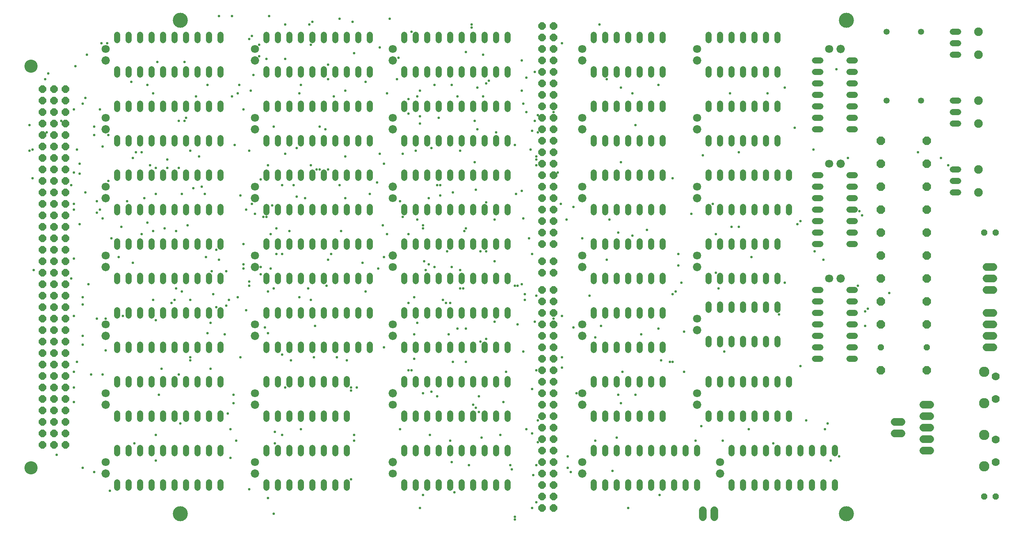
<source format=gbr>
G04 EAGLE Gerber RS-274X export*
G75*
%MOMM*%
%FSLAX34Y34*%
%LPD*%
%INSoldermask Bottom*%
%IPPOS*%
%AMOC8*
5,1,8,0,0,1.08239X$1,22.5*%
G01*
%ADD10C,3.327000*%
%ADD11C,1.346200*%
%ADD12C,1.346200*%
%ADD13P,1.951982X8X22.500000*%
%ADD14P,1.951982X8X202.500000*%
%ADD15C,1.905000*%
%ADD16C,1.796050*%
%ADD17C,1.831619*%
%ADD18C,1.651000*%
%ADD19C,2.286000*%
%ADD20C,1.778000*%
%ADD21P,1.457113X8X202.500000*%
%ADD22P,1.457113X8X22.500000*%
%ADD23P,1.787026X8X292.500000*%
%ADD24P,1.787026X8X202.500000*%
%ADD25C,2.921000*%
%ADD26C,0.584200*%


D10*
X152400Y1117600D03*
X152400Y25400D03*
X1625600Y25400D03*
X1625600Y1117600D03*
D11*
X647700Y856996D02*
X647700Y844804D01*
X673100Y844804D02*
X673100Y856996D01*
X800100Y856996D02*
X800100Y844804D01*
X825500Y844804D02*
X825500Y856996D01*
X698500Y856996D02*
X698500Y844804D01*
X723900Y844804D02*
X723900Y856996D01*
X774700Y856996D02*
X774700Y844804D01*
X749300Y844804D02*
X749300Y856996D01*
X850900Y856996D02*
X850900Y844804D01*
X876300Y844804D02*
X876300Y856996D01*
X876300Y921004D02*
X876300Y933196D01*
X850900Y933196D02*
X850900Y921004D01*
X825500Y921004D02*
X825500Y933196D01*
X800100Y933196D02*
X800100Y921004D01*
X774700Y921004D02*
X774700Y933196D01*
X749300Y933196D02*
X749300Y921004D01*
X723900Y921004D02*
X723900Y933196D01*
X698500Y933196D02*
X698500Y921004D01*
X673100Y921004D02*
X673100Y933196D01*
X647700Y933196D02*
X647700Y921004D01*
X342900Y704596D02*
X342900Y692404D01*
X368300Y692404D02*
X368300Y704596D01*
X495300Y704596D02*
X495300Y692404D01*
X520700Y692404D02*
X520700Y704596D01*
X393700Y704596D02*
X393700Y692404D01*
X419100Y692404D02*
X419100Y704596D01*
X469900Y704596D02*
X469900Y692404D01*
X444500Y692404D02*
X444500Y704596D01*
X546100Y704596D02*
X546100Y692404D01*
X571500Y692404D02*
X571500Y704596D01*
X571500Y768604D02*
X571500Y780796D01*
X546100Y780796D02*
X546100Y768604D01*
X520700Y768604D02*
X520700Y780796D01*
X495300Y780796D02*
X495300Y768604D01*
X469900Y768604D02*
X469900Y780796D01*
X444500Y780796D02*
X444500Y768604D01*
X419100Y768604D02*
X419100Y780796D01*
X393700Y780796D02*
X393700Y768604D01*
X368300Y768604D02*
X368300Y780796D01*
X342900Y780796D02*
X342900Y768604D01*
X342900Y997204D02*
X342900Y1009396D01*
X368300Y1009396D02*
X368300Y997204D01*
X495300Y997204D02*
X495300Y1009396D01*
X520700Y1009396D02*
X520700Y997204D01*
X393700Y997204D02*
X393700Y1009396D01*
X419100Y1009396D02*
X419100Y997204D01*
X469900Y997204D02*
X469900Y1009396D01*
X444500Y1009396D02*
X444500Y997204D01*
X546100Y997204D02*
X546100Y1009396D01*
X571500Y1009396D02*
X571500Y997204D01*
X571500Y1073404D02*
X571500Y1085596D01*
X546100Y1085596D02*
X546100Y1073404D01*
X520700Y1073404D02*
X520700Y1085596D01*
X495300Y1085596D02*
X495300Y1073404D01*
X469900Y1073404D02*
X469900Y1085596D01*
X444500Y1085596D02*
X444500Y1073404D01*
X419100Y1073404D02*
X419100Y1085596D01*
X393700Y1085596D02*
X393700Y1073404D01*
X368300Y1073404D02*
X368300Y1085596D01*
X342900Y1085596D02*
X342900Y1073404D01*
X647700Y704596D02*
X647700Y692404D01*
X673100Y692404D02*
X673100Y704596D01*
X800100Y704596D02*
X800100Y692404D01*
X825500Y692404D02*
X825500Y704596D01*
X698500Y704596D02*
X698500Y692404D01*
X723900Y692404D02*
X723900Y704596D01*
X774700Y704596D02*
X774700Y692404D01*
X749300Y692404D02*
X749300Y704596D01*
X850900Y704596D02*
X850900Y692404D01*
X876300Y692404D02*
X876300Y704596D01*
X876300Y768604D02*
X876300Y780796D01*
X850900Y780796D02*
X850900Y768604D01*
X825500Y768604D02*
X825500Y780796D01*
X800100Y780796D02*
X800100Y768604D01*
X774700Y768604D02*
X774700Y780796D01*
X749300Y780796D02*
X749300Y768604D01*
X723900Y768604D02*
X723900Y780796D01*
X698500Y780796D02*
X698500Y768604D01*
X673100Y768604D02*
X673100Y780796D01*
X647700Y780796D02*
X647700Y768604D01*
X12700Y997204D02*
X12700Y1009396D01*
X38100Y1009396D02*
X38100Y997204D01*
X165100Y997204D02*
X165100Y1009396D01*
X190500Y1009396D02*
X190500Y997204D01*
X63500Y997204D02*
X63500Y1009396D01*
X88900Y1009396D02*
X88900Y997204D01*
X139700Y997204D02*
X139700Y1009396D01*
X114300Y1009396D02*
X114300Y997204D01*
X215900Y997204D02*
X215900Y1009396D01*
X241300Y1009396D02*
X241300Y997204D01*
X241300Y1073404D02*
X241300Y1085596D01*
X215900Y1085596D02*
X215900Y1073404D01*
X190500Y1073404D02*
X190500Y1085596D01*
X165100Y1085596D02*
X165100Y1073404D01*
X139700Y1073404D02*
X139700Y1085596D01*
X114300Y1085596D02*
X114300Y1073404D01*
X88900Y1073404D02*
X88900Y1085596D01*
X63500Y1085596D02*
X63500Y1073404D01*
X38100Y1073404D02*
X38100Y1085596D01*
X12700Y1085596D02*
X12700Y1073404D01*
X1066800Y94996D02*
X1066800Y82804D01*
X1092200Y82804D02*
X1092200Y94996D01*
X1219200Y94996D02*
X1219200Y82804D01*
X1244600Y82804D02*
X1244600Y94996D01*
X1117600Y94996D02*
X1117600Y82804D01*
X1143000Y82804D02*
X1143000Y94996D01*
X1193800Y94996D02*
X1193800Y82804D01*
X1168400Y82804D02*
X1168400Y94996D01*
X1270000Y94996D02*
X1270000Y82804D01*
X1295400Y82804D02*
X1295400Y94996D01*
X1295400Y159004D02*
X1295400Y171196D01*
X1270000Y171196D02*
X1270000Y159004D01*
X1244600Y159004D02*
X1244600Y171196D01*
X1219200Y171196D02*
X1219200Y159004D01*
X1193800Y159004D02*
X1193800Y171196D01*
X1168400Y171196D02*
X1168400Y159004D01*
X1143000Y159004D02*
X1143000Y171196D01*
X1117600Y171196D02*
X1117600Y159004D01*
X1092200Y159004D02*
X1092200Y171196D01*
X1066800Y171196D02*
X1066800Y159004D01*
X647700Y387604D02*
X647700Y399796D01*
X673100Y399796D02*
X673100Y387604D01*
X800100Y387604D02*
X800100Y399796D01*
X825500Y399796D02*
X825500Y387604D01*
X698500Y387604D02*
X698500Y399796D01*
X723900Y399796D02*
X723900Y387604D01*
X774700Y387604D02*
X774700Y399796D01*
X749300Y399796D02*
X749300Y387604D01*
X850900Y387604D02*
X850900Y399796D01*
X876300Y399796D02*
X876300Y387604D01*
X876300Y463804D02*
X876300Y475996D01*
X850900Y475996D02*
X850900Y463804D01*
X825500Y463804D02*
X825500Y475996D01*
X800100Y475996D02*
X800100Y463804D01*
X774700Y463804D02*
X774700Y475996D01*
X749300Y475996D02*
X749300Y463804D01*
X723900Y463804D02*
X723900Y475996D01*
X698500Y475996D02*
X698500Y463804D01*
X673100Y463804D02*
X673100Y475996D01*
X647700Y475996D02*
X647700Y463804D01*
X647700Y247396D02*
X647700Y235204D01*
X673100Y235204D02*
X673100Y247396D01*
X800100Y247396D02*
X800100Y235204D01*
X825500Y235204D02*
X825500Y247396D01*
X698500Y247396D02*
X698500Y235204D01*
X723900Y235204D02*
X723900Y247396D01*
X774700Y247396D02*
X774700Y235204D01*
X749300Y235204D02*
X749300Y247396D01*
X850900Y247396D02*
X850900Y235204D01*
X876300Y235204D02*
X876300Y247396D01*
X876300Y311404D02*
X876300Y323596D01*
X850900Y323596D02*
X850900Y311404D01*
X825500Y311404D02*
X825500Y323596D01*
X800100Y323596D02*
X800100Y311404D01*
X774700Y311404D02*
X774700Y323596D01*
X749300Y323596D02*
X749300Y311404D01*
X723900Y311404D02*
X723900Y323596D01*
X698500Y323596D02*
X698500Y311404D01*
X673100Y311404D02*
X673100Y323596D01*
X647700Y323596D02*
X647700Y311404D01*
X1320800Y247396D02*
X1320800Y235204D01*
X1346200Y235204D02*
X1346200Y247396D01*
X1473200Y247396D02*
X1473200Y235204D01*
X1498600Y235204D02*
X1498600Y247396D01*
X1371600Y247396D02*
X1371600Y235204D01*
X1397000Y235204D02*
X1397000Y247396D01*
X1447800Y247396D02*
X1447800Y235204D01*
X1422400Y235204D02*
X1422400Y247396D01*
X1498600Y311404D02*
X1498600Y323596D01*
X1473200Y323596D02*
X1473200Y311404D01*
X1447800Y311404D02*
X1447800Y323596D01*
X1422400Y323596D02*
X1422400Y311404D01*
X1397000Y311404D02*
X1397000Y323596D01*
X1371600Y323596D02*
X1371600Y311404D01*
X1346200Y311404D02*
X1346200Y323596D01*
X1320800Y323596D02*
X1320800Y311404D01*
X1320800Y692404D02*
X1320800Y704596D01*
X1346200Y704596D02*
X1346200Y692404D01*
X1473200Y692404D02*
X1473200Y704596D01*
X1498600Y704596D02*
X1498600Y692404D01*
X1371600Y692404D02*
X1371600Y704596D01*
X1397000Y704596D02*
X1397000Y692404D01*
X1447800Y692404D02*
X1447800Y704596D01*
X1422400Y704596D02*
X1422400Y692404D01*
X1498600Y768604D02*
X1498600Y780796D01*
X1473200Y780796D02*
X1473200Y768604D01*
X1447800Y768604D02*
X1447800Y780796D01*
X1422400Y780796D02*
X1422400Y768604D01*
X1397000Y768604D02*
X1397000Y780796D01*
X1371600Y780796D02*
X1371600Y768604D01*
X1346200Y768604D02*
X1346200Y780796D01*
X1320800Y780796D02*
X1320800Y768604D01*
X1371600Y94996D02*
X1371600Y82804D01*
X1397000Y82804D02*
X1397000Y94996D01*
X1524000Y94996D02*
X1524000Y82804D01*
X1549400Y82804D02*
X1549400Y94996D01*
X1422400Y94996D02*
X1422400Y82804D01*
X1447800Y82804D02*
X1447800Y94996D01*
X1498600Y94996D02*
X1498600Y82804D01*
X1473200Y82804D02*
X1473200Y94996D01*
X1574800Y94996D02*
X1574800Y82804D01*
X1600200Y82804D02*
X1600200Y94996D01*
X1600200Y159004D02*
X1600200Y171196D01*
X1574800Y171196D02*
X1574800Y159004D01*
X1549400Y159004D02*
X1549400Y171196D01*
X1524000Y171196D02*
X1524000Y159004D01*
X1498600Y159004D02*
X1498600Y171196D01*
X1473200Y171196D02*
X1473200Y159004D01*
X1447800Y159004D02*
X1447800Y171196D01*
X1422400Y171196D02*
X1422400Y159004D01*
X1397000Y159004D02*
X1397000Y171196D01*
X1371600Y171196D02*
X1371600Y159004D01*
X12700Y235204D02*
X12700Y247396D01*
X38100Y247396D02*
X38100Y235204D01*
X165100Y235204D02*
X165100Y247396D01*
X190500Y247396D02*
X190500Y235204D01*
X63500Y235204D02*
X63500Y247396D01*
X88900Y247396D02*
X88900Y235204D01*
X139700Y235204D02*
X139700Y247396D01*
X114300Y247396D02*
X114300Y235204D01*
X215900Y235204D02*
X215900Y247396D01*
X241300Y247396D02*
X241300Y235204D01*
X241300Y311404D02*
X241300Y323596D01*
X215900Y323596D02*
X215900Y311404D01*
X190500Y311404D02*
X190500Y323596D01*
X165100Y323596D02*
X165100Y311404D01*
X139700Y311404D02*
X139700Y323596D01*
X114300Y323596D02*
X114300Y311404D01*
X88900Y311404D02*
X88900Y323596D01*
X63500Y323596D02*
X63500Y311404D01*
X38100Y311404D02*
X38100Y323596D01*
X12700Y323596D02*
X12700Y311404D01*
X342900Y94996D02*
X342900Y82804D01*
X368300Y82804D02*
X368300Y94996D01*
X495300Y94996D02*
X495300Y82804D01*
X520700Y82804D02*
X520700Y94996D01*
X393700Y94996D02*
X393700Y82804D01*
X419100Y82804D02*
X419100Y94996D01*
X469900Y94996D02*
X469900Y82804D01*
X444500Y82804D02*
X444500Y94996D01*
X520700Y159004D02*
X520700Y171196D01*
X495300Y171196D02*
X495300Y159004D01*
X469900Y159004D02*
X469900Y171196D01*
X444500Y171196D02*
X444500Y159004D01*
X419100Y159004D02*
X419100Y171196D01*
X393700Y171196D02*
X393700Y159004D01*
X368300Y159004D02*
X368300Y171196D01*
X342900Y171196D02*
X342900Y159004D01*
X342900Y235204D02*
X342900Y247396D01*
X368300Y247396D02*
X368300Y235204D01*
X495300Y235204D02*
X495300Y247396D01*
X520700Y247396D02*
X520700Y235204D01*
X393700Y235204D02*
X393700Y247396D01*
X419100Y247396D02*
X419100Y235204D01*
X469900Y235204D02*
X469900Y247396D01*
X444500Y247396D02*
X444500Y235204D01*
X520700Y311404D02*
X520700Y323596D01*
X495300Y323596D02*
X495300Y311404D01*
X469900Y311404D02*
X469900Y323596D01*
X444500Y323596D02*
X444500Y311404D01*
X419100Y311404D02*
X419100Y323596D01*
X393700Y323596D02*
X393700Y311404D01*
X368300Y311404D02*
X368300Y323596D01*
X342900Y323596D02*
X342900Y311404D01*
X12700Y94996D02*
X12700Y82804D01*
X38100Y82804D02*
X38100Y94996D01*
X165100Y94996D02*
X165100Y82804D01*
X190500Y82804D02*
X190500Y94996D01*
X63500Y94996D02*
X63500Y82804D01*
X88900Y82804D02*
X88900Y94996D01*
X139700Y94996D02*
X139700Y82804D01*
X114300Y82804D02*
X114300Y94996D01*
X215900Y94996D02*
X215900Y82804D01*
X241300Y82804D02*
X241300Y94996D01*
X241300Y159004D02*
X241300Y171196D01*
X215900Y171196D02*
X215900Y159004D01*
X190500Y159004D02*
X190500Y171196D01*
X165100Y171196D02*
X165100Y159004D01*
X139700Y159004D02*
X139700Y171196D01*
X114300Y171196D02*
X114300Y159004D01*
X88900Y159004D02*
X88900Y171196D01*
X63500Y171196D02*
X63500Y159004D01*
X38100Y159004D02*
X38100Y171196D01*
X12700Y171196D02*
X12700Y159004D01*
X1556004Y520700D02*
X1568196Y520700D01*
X1568196Y495300D02*
X1556004Y495300D01*
X1556004Y368300D02*
X1568196Y368300D01*
X1632204Y368300D02*
X1644396Y368300D01*
X1568196Y469900D02*
X1556004Y469900D01*
X1556004Y444500D02*
X1568196Y444500D01*
X1568196Y393700D02*
X1556004Y393700D01*
X1556004Y419100D02*
X1568196Y419100D01*
X1632204Y393700D02*
X1644396Y393700D01*
X1644396Y419100D02*
X1632204Y419100D01*
X1632204Y444500D02*
X1644396Y444500D01*
X1644396Y469900D02*
X1632204Y469900D01*
X1632204Y495300D02*
X1644396Y495300D01*
X1644396Y520700D02*
X1632204Y520700D01*
X1066800Y247396D02*
X1066800Y235204D01*
X1092200Y235204D02*
X1092200Y247396D01*
X1219200Y247396D02*
X1219200Y235204D01*
X1219200Y311404D02*
X1219200Y323596D01*
X1117600Y247396D02*
X1117600Y235204D01*
X1143000Y235204D02*
X1143000Y247396D01*
X1193800Y247396D02*
X1193800Y235204D01*
X1168400Y235204D02*
X1168400Y247396D01*
X1193800Y311404D02*
X1193800Y323596D01*
X1168400Y323596D02*
X1168400Y311404D01*
X1143000Y311404D02*
X1143000Y323596D01*
X1117600Y323596D02*
X1117600Y311404D01*
X1092200Y311404D02*
X1092200Y323596D01*
X1066800Y323596D02*
X1066800Y311404D01*
X1066800Y387604D02*
X1066800Y399796D01*
X1092200Y399796D02*
X1092200Y387604D01*
X1219200Y387604D02*
X1219200Y399796D01*
X1219200Y463804D02*
X1219200Y475996D01*
X1117600Y399796D02*
X1117600Y387604D01*
X1143000Y387604D02*
X1143000Y399796D01*
X1193800Y399796D02*
X1193800Y387604D01*
X1168400Y387604D02*
X1168400Y399796D01*
X1193800Y463804D02*
X1193800Y475996D01*
X1168400Y475996D02*
X1168400Y463804D01*
X1143000Y463804D02*
X1143000Y475996D01*
X1117600Y475996D02*
X1117600Y463804D01*
X1092200Y463804D02*
X1092200Y475996D01*
X1066800Y475996D02*
X1066800Y463804D01*
D12*
X1714500Y1092200D03*
X1714500Y939800D03*
X1790700Y939800D03*
X1790700Y1092200D03*
D11*
X647700Y94996D02*
X647700Y82804D01*
X673100Y82804D02*
X673100Y94996D01*
X800100Y94996D02*
X800100Y82804D01*
X825500Y82804D02*
X825500Y94996D01*
X698500Y94996D02*
X698500Y82804D01*
X723900Y82804D02*
X723900Y94996D01*
X774700Y94996D02*
X774700Y82804D01*
X749300Y82804D02*
X749300Y94996D01*
X850900Y94996D02*
X850900Y82804D01*
X876300Y82804D02*
X876300Y94996D01*
X876300Y159004D02*
X876300Y171196D01*
X850900Y171196D02*
X850900Y159004D01*
X825500Y159004D02*
X825500Y171196D01*
X800100Y171196D02*
X800100Y159004D01*
X774700Y159004D02*
X774700Y171196D01*
X749300Y171196D02*
X749300Y159004D01*
X723900Y159004D02*
X723900Y171196D01*
X698500Y171196D02*
X698500Y159004D01*
X673100Y159004D02*
X673100Y171196D01*
X647700Y171196D02*
X647700Y159004D01*
X1066800Y844804D02*
X1066800Y856996D01*
X1092200Y856996D02*
X1092200Y844804D01*
X1219200Y844804D02*
X1219200Y856996D01*
X1219200Y921004D02*
X1219200Y933196D01*
X1117600Y856996D02*
X1117600Y844804D01*
X1143000Y844804D02*
X1143000Y856996D01*
X1193800Y856996D02*
X1193800Y844804D01*
X1168400Y844804D02*
X1168400Y856996D01*
X1193800Y921004D02*
X1193800Y933196D01*
X1168400Y933196D02*
X1168400Y921004D01*
X1143000Y921004D02*
X1143000Y933196D01*
X1117600Y933196D02*
X1117600Y921004D01*
X1092200Y921004D02*
X1092200Y933196D01*
X1066800Y933196D02*
X1066800Y921004D01*
X1556004Y1028700D02*
X1568196Y1028700D01*
X1568196Y1003300D02*
X1556004Y1003300D01*
X1556004Y876300D02*
X1568196Y876300D01*
X1632204Y876300D02*
X1644396Y876300D01*
X1568196Y977900D02*
X1556004Y977900D01*
X1556004Y952500D02*
X1568196Y952500D01*
X1568196Y901700D02*
X1556004Y901700D01*
X1556004Y927100D02*
X1568196Y927100D01*
X1632204Y901700D02*
X1644396Y901700D01*
X1644396Y927100D02*
X1632204Y927100D01*
X1632204Y952500D02*
X1644396Y952500D01*
X1644396Y977900D02*
X1632204Y977900D01*
X1632204Y1003300D02*
X1644396Y1003300D01*
X1644396Y1028700D02*
X1632204Y1028700D01*
D13*
X1701800Y647700D03*
X1803400Y647700D03*
D14*
X1803400Y596900D03*
X1701800Y596900D03*
D11*
X1066800Y552196D02*
X1066800Y540004D01*
X1092200Y540004D02*
X1092200Y552196D01*
X1219200Y552196D02*
X1219200Y540004D01*
X1219200Y616204D02*
X1219200Y628396D01*
X1117600Y552196D02*
X1117600Y540004D01*
X1143000Y540004D02*
X1143000Y552196D01*
X1193800Y552196D02*
X1193800Y540004D01*
X1168400Y540004D02*
X1168400Y552196D01*
X1193800Y616204D02*
X1193800Y628396D01*
X1168400Y628396D02*
X1168400Y616204D01*
X1143000Y616204D02*
X1143000Y628396D01*
X1117600Y628396D02*
X1117600Y616204D01*
X1092200Y616204D02*
X1092200Y628396D01*
X1066800Y628396D02*
X1066800Y616204D01*
X1320800Y412496D02*
X1320800Y400304D01*
X1346200Y400304D02*
X1346200Y412496D01*
X1473200Y412496D02*
X1473200Y400304D01*
X1473200Y476504D02*
X1473200Y488696D01*
X1371600Y412496D02*
X1371600Y400304D01*
X1397000Y400304D02*
X1397000Y412496D01*
X1447800Y412496D02*
X1447800Y400304D01*
X1422400Y400304D02*
X1422400Y412496D01*
X1447800Y476504D02*
X1447800Y488696D01*
X1422400Y488696D02*
X1422400Y476504D01*
X1397000Y476504D02*
X1397000Y488696D01*
X1371600Y488696D02*
X1371600Y476504D01*
X1346200Y476504D02*
X1346200Y488696D01*
X1320800Y488696D02*
X1320800Y476504D01*
D13*
X1701800Y850900D03*
X1803400Y850900D03*
X1701800Y800100D03*
X1803400Y800100D03*
D11*
X1860804Y1092200D02*
X1872996Y1092200D01*
X1872996Y1066800D02*
X1860804Y1066800D01*
X1860804Y1041400D02*
X1872996Y1041400D01*
D15*
X1917700Y1092200D03*
X1917700Y1041400D03*
D13*
X1701800Y749300D03*
X1803400Y749300D03*
D14*
X1803400Y698500D03*
X1701800Y698500D03*
D11*
X1860804Y939800D02*
X1872996Y939800D01*
X1872996Y914400D02*
X1860804Y914400D01*
X1860804Y889000D02*
X1872996Y889000D01*
D15*
X1917700Y939800D03*
X1917700Y889000D03*
D11*
X1568196Y774700D02*
X1556004Y774700D01*
X1556004Y749300D02*
X1568196Y749300D01*
X1568196Y622300D02*
X1556004Y622300D01*
X1632204Y622300D02*
X1644396Y622300D01*
X1568196Y723900D02*
X1556004Y723900D01*
X1556004Y698500D02*
X1568196Y698500D01*
X1568196Y647700D02*
X1556004Y647700D01*
X1556004Y673100D02*
X1568196Y673100D01*
X1632204Y647700D02*
X1644396Y647700D01*
X1644396Y673100D02*
X1632204Y673100D01*
X1632204Y698500D02*
X1644396Y698500D01*
X1644396Y723900D02*
X1632204Y723900D01*
X1632204Y749300D02*
X1644396Y749300D01*
X1644396Y774700D02*
X1632204Y774700D01*
X1320800Y997204D02*
X1320800Y1009396D01*
X1346200Y1009396D02*
X1346200Y997204D01*
X1473200Y997204D02*
X1473200Y1009396D01*
X1473200Y1073404D02*
X1473200Y1085596D01*
X1371600Y1009396D02*
X1371600Y997204D01*
X1397000Y997204D02*
X1397000Y1009396D01*
X1447800Y1009396D02*
X1447800Y997204D01*
X1422400Y997204D02*
X1422400Y1009396D01*
X1447800Y1073404D02*
X1447800Y1085596D01*
X1422400Y1085596D02*
X1422400Y1073404D01*
X1397000Y1073404D02*
X1397000Y1085596D01*
X1371600Y1085596D02*
X1371600Y1073404D01*
X1346200Y1073404D02*
X1346200Y1085596D01*
X1320800Y1085596D02*
X1320800Y1073404D01*
X647700Y1009396D02*
X647700Y997204D01*
X673100Y997204D02*
X673100Y1009396D01*
X800100Y1009396D02*
X800100Y997204D01*
X825500Y997204D02*
X825500Y1009396D01*
X698500Y1009396D02*
X698500Y997204D01*
X723900Y997204D02*
X723900Y1009396D01*
X774700Y1009396D02*
X774700Y997204D01*
X749300Y997204D02*
X749300Y1009396D01*
X850900Y1009396D02*
X850900Y997204D01*
X876300Y997204D02*
X876300Y1009396D01*
X876300Y1073404D02*
X876300Y1085596D01*
X850900Y1085596D02*
X850900Y1073404D01*
X825500Y1073404D02*
X825500Y1085596D01*
X800100Y1085596D02*
X800100Y1073404D01*
X774700Y1073404D02*
X774700Y1085596D01*
X749300Y1085596D02*
X749300Y1073404D01*
X723900Y1073404D02*
X723900Y1085596D01*
X698500Y1085596D02*
X698500Y1073404D01*
X673100Y1073404D02*
X673100Y1085596D01*
X647700Y1085596D02*
X647700Y1073404D01*
X342900Y856996D02*
X342900Y844804D01*
X368300Y844804D02*
X368300Y856996D01*
X495300Y856996D02*
X495300Y844804D01*
X520700Y844804D02*
X520700Y856996D01*
X393700Y856996D02*
X393700Y844804D01*
X419100Y844804D02*
X419100Y856996D01*
X469900Y856996D02*
X469900Y844804D01*
X444500Y844804D02*
X444500Y856996D01*
X546100Y856996D02*
X546100Y844804D01*
X571500Y844804D02*
X571500Y856996D01*
X571500Y921004D02*
X571500Y933196D01*
X546100Y933196D02*
X546100Y921004D01*
X520700Y921004D02*
X520700Y933196D01*
X495300Y933196D02*
X495300Y921004D01*
X469900Y921004D02*
X469900Y933196D01*
X444500Y933196D02*
X444500Y921004D01*
X419100Y921004D02*
X419100Y933196D01*
X393700Y933196D02*
X393700Y921004D01*
X368300Y921004D02*
X368300Y933196D01*
X342900Y933196D02*
X342900Y921004D01*
X1066800Y997204D02*
X1066800Y1009396D01*
X1092200Y1009396D02*
X1092200Y997204D01*
X1219200Y997204D02*
X1219200Y1009396D01*
X1219200Y1073404D02*
X1219200Y1085596D01*
X1117600Y1009396D02*
X1117600Y997204D01*
X1143000Y997204D02*
X1143000Y1009396D01*
X1193800Y1009396D02*
X1193800Y997204D01*
X1168400Y997204D02*
X1168400Y1009396D01*
X1193800Y1073404D02*
X1193800Y1085596D01*
X1168400Y1085596D02*
X1168400Y1073404D01*
X1143000Y1073404D02*
X1143000Y1085596D01*
X1117600Y1085596D02*
X1117600Y1073404D01*
X1092200Y1073404D02*
X1092200Y1085596D01*
X1066800Y1085596D02*
X1066800Y1073404D01*
X1320800Y552196D02*
X1320800Y540004D01*
X1346200Y540004D02*
X1346200Y552196D01*
X1473200Y552196D02*
X1473200Y540004D01*
X1473200Y616204D02*
X1473200Y628396D01*
X1371600Y552196D02*
X1371600Y540004D01*
X1397000Y540004D02*
X1397000Y552196D01*
X1447800Y552196D02*
X1447800Y540004D01*
X1422400Y540004D02*
X1422400Y552196D01*
X1447800Y616204D02*
X1447800Y628396D01*
X1422400Y628396D02*
X1422400Y616204D01*
X1397000Y616204D02*
X1397000Y628396D01*
X1371600Y628396D02*
X1371600Y616204D01*
X1346200Y616204D02*
X1346200Y628396D01*
X1320800Y628396D02*
X1320800Y616204D01*
X12700Y844804D02*
X12700Y856996D01*
X38100Y856996D02*
X38100Y844804D01*
X165100Y844804D02*
X165100Y856996D01*
X190500Y856996D02*
X190500Y844804D01*
X63500Y844804D02*
X63500Y856996D01*
X88900Y856996D02*
X88900Y844804D01*
X139700Y844804D02*
X139700Y856996D01*
X114300Y856996D02*
X114300Y844804D01*
X215900Y844804D02*
X215900Y856996D01*
X241300Y856996D02*
X241300Y844804D01*
X241300Y921004D02*
X241300Y933196D01*
X215900Y933196D02*
X215900Y921004D01*
X190500Y921004D02*
X190500Y933196D01*
X165100Y933196D02*
X165100Y921004D01*
X139700Y921004D02*
X139700Y933196D01*
X114300Y933196D02*
X114300Y921004D01*
X88900Y921004D02*
X88900Y933196D01*
X63500Y933196D02*
X63500Y921004D01*
X38100Y921004D02*
X38100Y933196D01*
X12700Y933196D02*
X12700Y921004D01*
X12700Y704596D02*
X12700Y692404D01*
X38100Y692404D02*
X38100Y704596D01*
X165100Y704596D02*
X165100Y692404D01*
X190500Y692404D02*
X190500Y704596D01*
X63500Y704596D02*
X63500Y692404D01*
X88900Y692404D02*
X88900Y704596D01*
X139700Y704596D02*
X139700Y692404D01*
X114300Y692404D02*
X114300Y704596D01*
X215900Y704596D02*
X215900Y692404D01*
X241300Y692404D02*
X241300Y704596D01*
X241300Y768604D02*
X241300Y780796D01*
X215900Y780796D02*
X215900Y768604D01*
X190500Y768604D02*
X190500Y780796D01*
X165100Y780796D02*
X165100Y768604D01*
X139700Y768604D02*
X139700Y780796D01*
X114300Y780796D02*
X114300Y768604D01*
X88900Y768604D02*
X88900Y780796D01*
X63500Y780796D02*
X63500Y768604D01*
X38100Y768604D02*
X38100Y780796D01*
X12700Y780796D02*
X12700Y768604D01*
X12700Y552196D02*
X12700Y540004D01*
X38100Y540004D02*
X38100Y552196D01*
X165100Y552196D02*
X165100Y540004D01*
X190500Y540004D02*
X190500Y552196D01*
X63500Y552196D02*
X63500Y540004D01*
X88900Y540004D02*
X88900Y552196D01*
X139700Y552196D02*
X139700Y540004D01*
X114300Y540004D02*
X114300Y552196D01*
X215900Y552196D02*
X215900Y540004D01*
X241300Y540004D02*
X241300Y552196D01*
X241300Y616204D02*
X241300Y628396D01*
X215900Y628396D02*
X215900Y616204D01*
X190500Y616204D02*
X190500Y628396D01*
X165100Y628396D02*
X165100Y616204D01*
X139700Y616204D02*
X139700Y628396D01*
X114300Y628396D02*
X114300Y616204D01*
X88900Y616204D02*
X88900Y628396D01*
X63500Y628396D02*
X63500Y616204D01*
X38100Y616204D02*
X38100Y628396D01*
X12700Y628396D02*
X12700Y616204D01*
D16*
X1041400Y139700D03*
D17*
X1041400Y114300D03*
D16*
X1041400Y292100D03*
D17*
X1041400Y266700D03*
D16*
X1041400Y444500D03*
D17*
X1041400Y419100D03*
D16*
X317500Y139700D03*
D17*
X317500Y114300D03*
D16*
X1295400Y749300D03*
D17*
X1295400Y723900D03*
D16*
X1295400Y457200D03*
D17*
X1295400Y431800D03*
D16*
X1041400Y749300D03*
D17*
X1041400Y723900D03*
D16*
X1041400Y901700D03*
D17*
X1041400Y876300D03*
D16*
X622300Y571500D03*
D17*
X622300Y596900D03*
D16*
X317500Y444500D03*
D17*
X317500Y419100D03*
D16*
X622300Y1054100D03*
D17*
X622300Y1028700D03*
D16*
X317500Y292100D03*
D17*
X317500Y266700D03*
D16*
X622300Y723900D03*
D17*
X622300Y749300D03*
D16*
X622300Y114300D03*
D17*
X622300Y139700D03*
D16*
X317500Y596900D03*
D17*
X317500Y571500D03*
D16*
X317500Y749300D03*
D17*
X317500Y723900D03*
D16*
X622300Y901700D03*
D17*
X622300Y876300D03*
D16*
X317500Y901700D03*
D17*
X317500Y876300D03*
D16*
X-12700Y1054100D03*
D17*
X-12700Y1028700D03*
D16*
X317500Y1054100D03*
D17*
X317500Y1028700D03*
D16*
X-12700Y901700D03*
D17*
X-12700Y876300D03*
D16*
X-12700Y749300D03*
D17*
X-12700Y723900D03*
D16*
X-12700Y596900D03*
D17*
X-12700Y571500D03*
D16*
X-12700Y444500D03*
D17*
X-12700Y419100D03*
D11*
X12700Y399796D02*
X12700Y387604D01*
X38100Y387604D02*
X38100Y399796D01*
X165100Y399796D02*
X165100Y387604D01*
X190500Y387604D02*
X190500Y399796D01*
X63500Y399796D02*
X63500Y387604D01*
X88900Y387604D02*
X88900Y399796D01*
X139700Y399796D02*
X139700Y387604D01*
X114300Y387604D02*
X114300Y399796D01*
X215900Y399796D02*
X215900Y387604D01*
X241300Y387604D02*
X241300Y399796D01*
X241300Y463804D02*
X241300Y475996D01*
X215900Y475996D02*
X215900Y463804D01*
X190500Y463804D02*
X190500Y475996D01*
X165100Y475996D02*
X165100Y463804D01*
X139700Y463804D02*
X139700Y475996D01*
X114300Y475996D02*
X114300Y463804D01*
X88900Y463804D02*
X88900Y475996D01*
X63500Y475996D02*
X63500Y463804D01*
X38100Y463804D02*
X38100Y475996D01*
X12700Y475996D02*
X12700Y463804D01*
X342900Y399796D02*
X342900Y387604D01*
X368300Y387604D02*
X368300Y399796D01*
X495300Y399796D02*
X495300Y387604D01*
X520700Y387604D02*
X520700Y399796D01*
X393700Y399796D02*
X393700Y387604D01*
X419100Y387604D02*
X419100Y399796D01*
X469900Y399796D02*
X469900Y387604D01*
X444500Y387604D02*
X444500Y399796D01*
X546100Y399796D02*
X546100Y387604D01*
X571500Y387604D02*
X571500Y399796D01*
X571500Y463804D02*
X571500Y475996D01*
X546100Y475996D02*
X546100Y463804D01*
X520700Y463804D02*
X520700Y475996D01*
X495300Y475996D02*
X495300Y463804D01*
X469900Y463804D02*
X469900Y475996D01*
X444500Y475996D02*
X444500Y463804D01*
X419100Y463804D02*
X419100Y475996D01*
X393700Y475996D02*
X393700Y463804D01*
X368300Y463804D02*
X368300Y475996D01*
X342900Y475996D02*
X342900Y463804D01*
D16*
X1295400Y596900D03*
D17*
X1295400Y571500D03*
D16*
X1041400Y596900D03*
D17*
X1041400Y571500D03*
D16*
X-12700Y292100D03*
D17*
X-12700Y266700D03*
D16*
X-12700Y139700D03*
D17*
X-12700Y114300D03*
D16*
X622300Y444500D03*
D17*
X622300Y419100D03*
D16*
X1295400Y292100D03*
D17*
X1295400Y266700D03*
D16*
X1587500Y1054100D03*
D17*
X1612900Y1054100D03*
D16*
X1295400Y1054100D03*
D17*
X1295400Y1028700D03*
D16*
X1295400Y901700D03*
D17*
X1295400Y876300D03*
D16*
X1041400Y1054100D03*
D17*
X1041400Y1028700D03*
D11*
X1860804Y787400D02*
X1872996Y787400D01*
X1872996Y762000D02*
X1860804Y762000D01*
X1860804Y736600D02*
X1872996Y736600D01*
D15*
X1917700Y787400D03*
X1917700Y736600D03*
D11*
X1066800Y704596D02*
X1066800Y692404D01*
X1092200Y692404D02*
X1092200Y704596D01*
X1219200Y704596D02*
X1219200Y692404D01*
X1219200Y768604D02*
X1219200Y780796D01*
X1117600Y704596D02*
X1117600Y692404D01*
X1143000Y692404D02*
X1143000Y704596D01*
X1193800Y704596D02*
X1193800Y692404D01*
X1168400Y692404D02*
X1168400Y704596D01*
X1193800Y768604D02*
X1193800Y780796D01*
X1168400Y780796D02*
X1168400Y768604D01*
X1143000Y768604D02*
X1143000Y780796D01*
X1117600Y780796D02*
X1117600Y768604D01*
X1092200Y768604D02*
X1092200Y780796D01*
X1066800Y780796D02*
X1066800Y768604D01*
D18*
X1795780Y165100D02*
X1811020Y165100D01*
X1811020Y190500D02*
X1795780Y190500D01*
X1795780Y215900D02*
X1811020Y215900D01*
X1811020Y241300D02*
X1795780Y241300D01*
X1795780Y266700D02*
X1811020Y266700D01*
D16*
X1346200Y139700D03*
D17*
X1346200Y114300D03*
D13*
X1701800Y546100D03*
X1803400Y546100D03*
D11*
X1320800Y844804D02*
X1320800Y856996D01*
X1346200Y856996D02*
X1346200Y844804D01*
X1473200Y844804D02*
X1473200Y856996D01*
X1473200Y921004D02*
X1473200Y933196D01*
X1371600Y856996D02*
X1371600Y844804D01*
X1397000Y844804D02*
X1397000Y856996D01*
X1447800Y856996D02*
X1447800Y844804D01*
X1422400Y844804D02*
X1422400Y856996D01*
X1447800Y921004D02*
X1447800Y933196D01*
X1422400Y933196D02*
X1422400Y921004D01*
X1397000Y921004D02*
X1397000Y933196D01*
X1371600Y933196D02*
X1371600Y921004D01*
X1346200Y921004D02*
X1346200Y933196D01*
X1320800Y933196D02*
X1320800Y921004D01*
D19*
X1930800Y269800D03*
D20*
X1955800Y329800D03*
X1955800Y279800D03*
D19*
X1930800Y339800D03*
D14*
X1803400Y444500D03*
X1701800Y444500D03*
D19*
X1930800Y130100D03*
D20*
X1955800Y190100D03*
X1955800Y140100D03*
D19*
X1930800Y200100D03*
D14*
X1803400Y495300D03*
X1701800Y495300D03*
D21*
X1955800Y647700D03*
X1930400Y647700D03*
D22*
X1701800Y393700D03*
X1803400Y393700D03*
D16*
X622300Y266700D03*
D17*
X622300Y292100D03*
D23*
X952500Y1104900D03*
X952500Y1079500D03*
X952500Y1054100D03*
X952500Y1028700D03*
X952500Y1003300D03*
X952500Y977900D03*
X977900Y1104900D03*
X977900Y1079500D03*
X977900Y1054100D03*
X977900Y1028700D03*
X977900Y1003300D03*
X977900Y977900D03*
X952500Y952500D03*
X977900Y952500D03*
X952500Y927100D03*
X952500Y901700D03*
X952500Y876300D03*
X952500Y850900D03*
X952500Y825500D03*
X952500Y800100D03*
X977900Y927100D03*
X977900Y901700D03*
X977900Y876300D03*
X977900Y850900D03*
X977900Y825500D03*
X977900Y800100D03*
X952500Y774700D03*
X977900Y774700D03*
X952500Y749300D03*
X952500Y723900D03*
X952500Y698500D03*
X952500Y673100D03*
X952500Y647700D03*
X952500Y622300D03*
X977900Y749300D03*
X977900Y723900D03*
X977900Y698500D03*
X977900Y673100D03*
X977900Y647700D03*
X977900Y622300D03*
X952500Y520700D03*
X952500Y495300D03*
X952500Y469900D03*
X952500Y444500D03*
X952500Y419100D03*
X952500Y393700D03*
X977900Y520700D03*
X977900Y495300D03*
X977900Y469900D03*
X977900Y444500D03*
X977900Y419100D03*
X977900Y393700D03*
X952500Y368300D03*
X977900Y368300D03*
X952500Y342900D03*
X952500Y317500D03*
X952500Y292100D03*
X952500Y266700D03*
X952500Y241300D03*
X952500Y215900D03*
X977900Y342900D03*
X977900Y317500D03*
X977900Y292100D03*
X977900Y266700D03*
X977900Y241300D03*
X977900Y215900D03*
X952500Y190500D03*
X977900Y190500D03*
X952500Y165100D03*
X952500Y139700D03*
X952500Y114300D03*
X952500Y88900D03*
X952500Y63500D03*
X952500Y38100D03*
X977900Y165100D03*
X977900Y139700D03*
X977900Y114300D03*
X977900Y88900D03*
X977900Y63500D03*
X977900Y38100D03*
X952500Y584200D03*
X977900Y584200D03*
X952500Y558800D03*
X977900Y558800D03*
D11*
X647700Y552196D02*
X647700Y540004D01*
X673100Y540004D02*
X673100Y552196D01*
X800100Y552196D02*
X800100Y540004D01*
X825500Y540004D02*
X825500Y552196D01*
X698500Y552196D02*
X698500Y540004D01*
X723900Y540004D02*
X723900Y552196D01*
X774700Y552196D02*
X774700Y540004D01*
X749300Y540004D02*
X749300Y552196D01*
X850900Y552196D02*
X850900Y540004D01*
X876300Y540004D02*
X876300Y552196D01*
X876300Y616204D02*
X876300Y628396D01*
X850900Y628396D02*
X850900Y616204D01*
X825500Y616204D02*
X825500Y628396D01*
X800100Y628396D02*
X800100Y616204D01*
X774700Y616204D02*
X774700Y628396D01*
X749300Y628396D02*
X749300Y616204D01*
X723900Y616204D02*
X723900Y628396D01*
X698500Y628396D02*
X698500Y616204D01*
X673100Y616204D02*
X673100Y628396D01*
X647700Y628396D02*
X647700Y616204D01*
D18*
X1935480Y520700D02*
X1950720Y520700D01*
X1950720Y546100D02*
X1935480Y546100D01*
X1935480Y571500D02*
X1950720Y571500D01*
X1747520Y203200D02*
X1732280Y203200D01*
X1732280Y228600D02*
X1747520Y228600D01*
D11*
X342900Y540004D02*
X342900Y552196D01*
X368300Y552196D02*
X368300Y540004D01*
X495300Y540004D02*
X495300Y552196D01*
X520700Y552196D02*
X520700Y540004D01*
X393700Y540004D02*
X393700Y552196D01*
X419100Y552196D02*
X419100Y540004D01*
X469900Y540004D02*
X469900Y552196D01*
X444500Y552196D02*
X444500Y540004D01*
X546100Y540004D02*
X546100Y552196D01*
X571500Y552196D02*
X571500Y540004D01*
X571500Y616204D02*
X571500Y628396D01*
X546100Y628396D02*
X546100Y616204D01*
X520700Y616204D02*
X520700Y628396D01*
X495300Y628396D02*
X495300Y616204D01*
X469900Y616204D02*
X469900Y628396D01*
X444500Y628396D02*
X444500Y616204D01*
X419100Y616204D02*
X419100Y628396D01*
X393700Y628396D02*
X393700Y616204D01*
X368300Y616204D02*
X368300Y628396D01*
X342900Y628396D02*
X342900Y616204D01*
D18*
X1308100Y33020D02*
X1308100Y17780D01*
X1333500Y17780D02*
X1333500Y33020D01*
D24*
X-152400Y177800D03*
X-152400Y203200D03*
X-152400Y228600D03*
X-152400Y254000D03*
X-152400Y279400D03*
X-152400Y304800D03*
X-152400Y330200D03*
X-152400Y355600D03*
X-152400Y381000D03*
X-152400Y406400D03*
X-152400Y431800D03*
X-152400Y457200D03*
X-152400Y482600D03*
X-152400Y508000D03*
X-152400Y533400D03*
X-152400Y558800D03*
X-127000Y177800D03*
X-127000Y203200D03*
X-127000Y228600D03*
X-127000Y254000D03*
X-127000Y279400D03*
X-127000Y304800D03*
X-127000Y330200D03*
X-127000Y355600D03*
X-127000Y381000D03*
X-127000Y406400D03*
X-127000Y431800D03*
X-127000Y457200D03*
X-127000Y482600D03*
X-127000Y508000D03*
X-127000Y533400D03*
X-127000Y558800D03*
X-101600Y177800D03*
X-101600Y203200D03*
X-101600Y228600D03*
X-101600Y254000D03*
X-101600Y279400D03*
X-101600Y304800D03*
X-101600Y330200D03*
X-101600Y355600D03*
X-101600Y381000D03*
X-101600Y406400D03*
X-101600Y431800D03*
X-101600Y457200D03*
X-101600Y482600D03*
X-101600Y508000D03*
X-101600Y533400D03*
X-101600Y558800D03*
X-152400Y584200D03*
X-152400Y609600D03*
X-152400Y635000D03*
X-152400Y660400D03*
X-152400Y685800D03*
X-152400Y711200D03*
X-152400Y736600D03*
X-152400Y762000D03*
X-152400Y787400D03*
X-152400Y812800D03*
X-152400Y838200D03*
X-152400Y863600D03*
X-152400Y889000D03*
X-152400Y914400D03*
X-152400Y939800D03*
X-152400Y965200D03*
X-127000Y584200D03*
X-127000Y609600D03*
X-127000Y635000D03*
X-127000Y660400D03*
X-127000Y685800D03*
X-127000Y711200D03*
X-127000Y736600D03*
X-127000Y762000D03*
X-127000Y787400D03*
X-127000Y812800D03*
X-127000Y838200D03*
X-127000Y863600D03*
X-127000Y889000D03*
X-127000Y914400D03*
X-127000Y939800D03*
X-127000Y965200D03*
X-101600Y584200D03*
X-101600Y609600D03*
X-101600Y635000D03*
X-101600Y660400D03*
X-101600Y685800D03*
X-101600Y711200D03*
X-101600Y736600D03*
X-101600Y762000D03*
X-101600Y787400D03*
X-101600Y812800D03*
X-101600Y838200D03*
X-101600Y863600D03*
X-101600Y889000D03*
X-101600Y914400D03*
X-101600Y939800D03*
X-101600Y965200D03*
D25*
X-177800Y1016064D03*
X-177800Y126936D03*
D21*
X1955800Y63500D03*
X1930400Y63500D03*
D16*
X1587500Y800100D03*
D17*
X1612900Y800100D03*
D16*
X1587500Y546100D03*
D17*
X1612900Y546100D03*
D18*
X1935480Y393700D02*
X1950720Y393700D01*
X1950720Y419100D02*
X1935480Y419100D01*
X1935480Y444500D02*
X1950720Y444500D01*
X1950720Y469900D02*
X1935480Y469900D01*
D14*
X1803400Y342900D03*
X1701800Y342900D03*
D26*
X1352550Y187325D03*
X1266825Y339725D03*
X996950Y349250D03*
X1536700Y231775D03*
X1304925Y219075D03*
X704850Y200025D03*
X885825Y123825D03*
X1524000Y352425D03*
X1584325Y225425D03*
X1463675Y180975D03*
X749300Y187325D03*
X942975Y184150D03*
X882650Y133350D03*
X939800Y133350D03*
X911225Y384175D03*
X266700Y1127125D03*
X1095375Y987425D03*
X1022350Y704850D03*
X460375Y882650D03*
X771525Y828675D03*
X784225Y657225D03*
X441325Y1063625D03*
X796925Y1101725D03*
X911225Y679450D03*
X66675Y825500D03*
X384175Y822325D03*
X-82550Y781050D03*
X631825Y987425D03*
X593725Y822325D03*
X-76200Y361950D03*
X361950Y206375D03*
X79375Y669925D03*
X714375Y974725D03*
X419100Y974725D03*
X447675Y371475D03*
X174625Y371475D03*
X174625Y828675D03*
X-82550Y698500D03*
X-76200Y831850D03*
X673100Y828675D03*
X285750Y371475D03*
X304800Y828675D03*
X561975Y981075D03*
X180975Y746125D03*
X498475Y371475D03*
X219075Y346075D03*
X517525Y815975D03*
X193675Y815975D03*
X254000Y485775D03*
X231775Y482600D03*
X517525Y962025D03*
X307975Y962025D03*
X-69850Y777875D03*
X-57150Y946150D03*
X809625Y968375D03*
X149225Y333375D03*
X441325Y498475D03*
X174625Y498475D03*
X187325Y949325D03*
X492125Y949325D03*
X-82550Y920750D03*
X676275Y949325D03*
X260350Y498475D03*
X266700Y949325D03*
X415925Y504825D03*
X133350Y492125D03*
X92075Y955675D03*
X415925Y955675D03*
X-69850Y800100D03*
X-63500Y933450D03*
X682625Y962025D03*
X279400Y504825D03*
X279400Y955675D03*
X98425Y454025D03*
X53975Y825500D03*
X657225Y942975D03*
X25400Y463550D03*
X111125Y346075D03*
X149225Y895350D03*
X441325Y796925D03*
X149225Y790575D03*
X517525Y723900D03*
X-180975Y885825D03*
X-180975Y828675D03*
X292100Y568325D03*
X298450Y476250D03*
X212725Y425450D03*
X-63500Y400050D03*
X292100Y920750D03*
X292100Y622300D03*
X209550Y593725D03*
X139700Y498475D03*
X-63500Y504825D03*
X409575Y727075D03*
X355600Y708025D03*
X358775Y523875D03*
X104775Y288925D03*
X434975Y523875D03*
X346075Y517525D03*
X269875Y288925D03*
X-19050Y333375D03*
X358775Y882650D03*
X-6350Y863600D03*
X-44450Y333375D03*
X1101725Y676275D03*
X327025Y1063625D03*
X996950Y1066800D03*
X1006475Y676275D03*
X161925Y1025525D03*
X101600Y1025525D03*
X-31750Y717550D03*
X384175Y1108075D03*
X384175Y1031875D03*
X936625Y1003300D03*
X752475Y974725D03*
X682625Y904875D03*
X161925Y895350D03*
X590550Y568325D03*
X777875Y523875D03*
X752475Y139700D03*
X1511300Y879475D03*
X1489075Y968375D03*
X1555750Y606425D03*
X1524000Y673100D03*
X1517650Y666750D03*
X377825Y200025D03*
X98425Y200025D03*
X152400Y225425D03*
X396875Y365125D03*
X174625Y365125D03*
X419100Y212725D03*
X98425Y142875D03*
X1120775Y647700D03*
X847725Y450850D03*
X860425Y200025D03*
X1409700Y212725D03*
X1476375Y466725D03*
X1241425Y511175D03*
X50800Y180975D03*
X361950Y180975D03*
X520700Y365125D03*
X1216025Y365125D03*
X1069975Y415925D03*
X-12700Y387350D03*
X-63500Y419100D03*
X-63500Y488950D03*
X92075Y498475D03*
X-12700Y457200D03*
X15875Y593725D03*
X993775Y711200D03*
X914400Y511175D03*
X225425Y511175D03*
X219075Y447675D03*
X1041400Y635000D03*
X657225Y644525D03*
X644525Y682625D03*
X168275Y663575D03*
X155575Y517525D03*
X1371600Y660400D03*
X117475Y657225D03*
X-19050Y838200D03*
X-6350Y762000D03*
X206375Y733425D03*
X346075Y60325D03*
X1212850Y66675D03*
X835025Y984250D03*
X828675Y977900D03*
X723900Y901700D03*
X571500Y733425D03*
X682625Y889000D03*
X479425Y787400D03*
X603250Y800100D03*
X939800Y809625D03*
X939800Y796925D03*
X939800Y815975D03*
X708025Y295275D03*
X311150Y1082675D03*
X561975Y517525D03*
X939800Y508000D03*
X1082675Y441325D03*
X996950Y463550D03*
X1022350Y438150D03*
X977900Y457200D03*
X1292225Y187325D03*
X1069975Y187325D03*
X1028700Y292100D03*
X1577975Y212725D03*
X892175Y19050D03*
X-25400Y920750D03*
X0Y635000D03*
X238125Y587375D03*
X257175Y247650D03*
X1590675Y142875D03*
X358775Y25400D03*
X304800Y79375D03*
X638175Y212725D03*
X530225Y101600D03*
X384175Y304800D03*
X536575Y187325D03*
X819150Y193675D03*
X688975Y66675D03*
X1609725Y152400D03*
X298450Y698500D03*
X-38100Y882650D03*
X352425Y644525D03*
X609600Y644525D03*
X1108075Y120650D03*
X1666875Y473075D03*
X1209675Y974725D03*
X1628775Y812800D03*
X1387475Y825500D03*
X908050Y533400D03*
X898525Y444500D03*
X676275Y447675D03*
X663575Y342900D03*
X1720850Y514350D03*
X1673225Y479425D03*
X1835150Y812800D03*
X1336675Y558800D03*
X1851025Y796925D03*
X1489075Y536575D03*
X1660525Y685800D03*
X1416050Y593725D03*
X1117600Y193675D03*
X930275Y203200D03*
X1009650Y152400D03*
X917575Y212725D03*
X758825Y73025D03*
X942975Y231775D03*
X47625Y581025D03*
X603250Y593725D03*
X638175Y717550D03*
X755650Y736600D03*
X98425Y733425D03*
X155575Y733425D03*
X327025Y1038225D03*
X822325Y1041400D03*
X304800Y539750D03*
X330200Y571500D03*
X692150Y584200D03*
X708025Y835025D03*
X850900Y869950D03*
X200025Y749300D03*
X587375Y758825D03*
X609600Y955675D03*
X142875Y650875D03*
X365125Y657225D03*
X292100Y577850D03*
X336550Y682625D03*
X771525Y523875D03*
X330200Y555625D03*
X304800Y530225D03*
X142875Y523875D03*
X352425Y568325D03*
X317500Y688975D03*
X365125Y600075D03*
X231775Y609600D03*
X330200Y765175D03*
X165100Y901700D03*
X123825Y790575D03*
X460375Y787400D03*
X123825Y809625D03*
X790575Y133350D03*
X34925Y717550D03*
X784225Y361950D03*
X1266825Y428625D03*
X311150Y711200D03*
X530225Y304800D03*
X720725Y285750D03*
X803275Y895350D03*
X936625Y895350D03*
X784225Y1047750D03*
X1603375Y1009650D03*
X1095375Y587375D03*
X1254125Y600075D03*
X1158875Y885825D03*
X1158875Y288925D03*
X1120775Y288925D03*
X1127125Y803275D03*
X1308100Y819150D03*
X1171575Y422275D03*
X1127125Y269875D03*
X1282700Y688975D03*
X1127125Y968375D03*
X1654175Y695325D03*
X1666875Y441325D03*
X377825Y377825D03*
X1247775Y517525D03*
X1355725Y384175D03*
X1784350Y825500D03*
X688975Y663575D03*
X600075Y663575D03*
X536575Y200025D03*
X-88900Y546100D03*
X222250Y561975D03*
X1336675Y644525D03*
X66675Y644525D03*
X44450Y981075D03*
X377825Y752475D03*
X-88900Y752475D03*
X479425Y1019175D03*
X314325Y996950D03*
X-142875Y869950D03*
X536575Y1044575D03*
X-79375Y1016000D03*
X444500Y1114425D03*
X-22225Y1066800D03*
X-111125Y895350D03*
X676275Y676275D03*
X847725Y676275D03*
X742950Y606425D03*
X812800Y250825D03*
X-82550Y273050D03*
X784225Y434975D03*
X603250Y393700D03*
X542925Y304800D03*
X-82550Y304800D03*
X765175Y434975D03*
X657225Y342900D03*
X-82550Y339725D03*
X342900Y1031875D03*
X917575Y990600D03*
X473075Y876300D03*
X942975Y869950D03*
X1651000Y530225D03*
X342900Y682625D03*
X346075Y796925D03*
X85725Y796925D03*
X-139700Y1000125D03*
X-174625Y831850D03*
X-53975Y1041400D03*
X282575Y974725D03*
X714375Y571500D03*
X695325Y565150D03*
X682625Y38100D03*
X-120650Y155575D03*
X1241425Y361950D03*
X479425Y587375D03*
X1450975Y955675D03*
X1079500Y1108075D03*
X349250Y1127125D03*
X304800Y1076325D03*
X-9525Y1066800D03*
X-174625Y768350D03*
X285750Y730250D03*
X-82550Y711200D03*
X1368425Y955675D03*
X977900Y914400D03*
X942975Y908050D03*
X409575Y835025D03*
X92075Y650875D03*
X765175Y949325D03*
X908050Y962025D03*
X892175Y841375D03*
X803275Y803275D03*
X727075Y752475D03*
X987425Y781050D03*
X806450Y260350D03*
X800100Y266700D03*
X822325Y949325D03*
X644525Y822325D03*
X428625Y723900D03*
X403225Y752475D03*
X806450Y742950D03*
X828675Y714375D03*
X504825Y752475D03*
X720725Y752475D03*
X504825Y1120775D03*
X615950Y1120775D03*
X438150Y1108075D03*
X796925Y1108075D03*
X908050Y1028700D03*
X593725Y1057275D03*
X635000Y1035050D03*
X238125Y1127125D03*
X533400Y1114425D03*
X815975Y606425D03*
X930275Y600075D03*
X866775Y273050D03*
X755650Y361950D03*
X1235075Y361950D03*
X996950Y371475D03*
X73025Y723900D03*
X-31750Y692150D03*
X-31750Y457200D03*
X-38100Y863600D03*
X-50800Y533400D03*
X1016000Y117475D03*
X250825Y422275D03*
X828675Y412750D03*
X828675Y606425D03*
X936625Y450850D03*
X939800Y342900D03*
X1130300Y339725D03*
X898525Y530225D03*
X749300Y492125D03*
X1057275Y508000D03*
X1343025Y523875D03*
X1152525Y641350D03*
X669925Y504825D03*
X254000Y561975D03*
X812800Y285750D03*
X657225Y911225D03*
X746125Y422275D03*
X-146050Y987425D03*
X-171450Y565150D03*
X669925Y422275D03*
X-82550Y463550D03*
X212725Y974725D03*
X79375Y974725D03*
X22225Y660400D03*
X-82550Y590550D03*
X98425Y790575D03*
X-69850Y666750D03*
X930275Y38100D03*
X-3175Y76200D03*
X-19050Y679450D03*
X939800Y50800D03*
X-38100Y117475D03*
X-25400Y698500D03*
X1143000Y38100D03*
X892175Y12700D03*
X-57150Y736600D03*
X1009650Y127000D03*
X933450Y111125D03*
X-63500Y127000D03*
X263525Y212725D03*
X273050Y841375D03*
X479425Y987425D03*
X815975Y406400D03*
X663575Y1092200D03*
X485775Y600075D03*
X1574800Y587375D03*
X1184275Y654050D03*
X1209675Y434975D03*
X927100Y831850D03*
X923925Y635000D03*
X733425Y498475D03*
X914400Y498475D03*
X873125Y339725D03*
X892175Y530225D03*
X739775Y492125D03*
X657225Y492125D03*
X346075Y425450D03*
X669925Y368300D03*
X393700Y650875D03*
X688975Y657225D03*
X701675Y577850D03*
X276225Y187325D03*
X752475Y571500D03*
X263525Y149225D03*
X377825Y600075D03*
X508000Y650875D03*
X781050Y650875D03*
X771525Y565150D03*
X269875Y269875D03*
X339725Y438150D03*
X450850Y441325D03*
X555625Y581025D03*
X847725Y584200D03*
X530225Y298450D03*
X688975Y292100D03*
X930275Y301625D03*
X1152525Y955675D03*
X1254125Y574675D03*
X47625Y812800D03*
X476250Y530225D03*
X454025Y787400D03*
X701675Y723900D03*
X895350Y733425D03*
X911225Y933450D03*
X727075Y730250D03*
X908050Y739775D03*
X917575Y914400D03*
X809625Y876300D03*
X930275Y873125D03*
X1260475Y536575D03*
X1241425Y768350D03*
X1387475Y660400D03*
X1330325Y711200D03*
X1552575Y831850D03*
M02*

</source>
